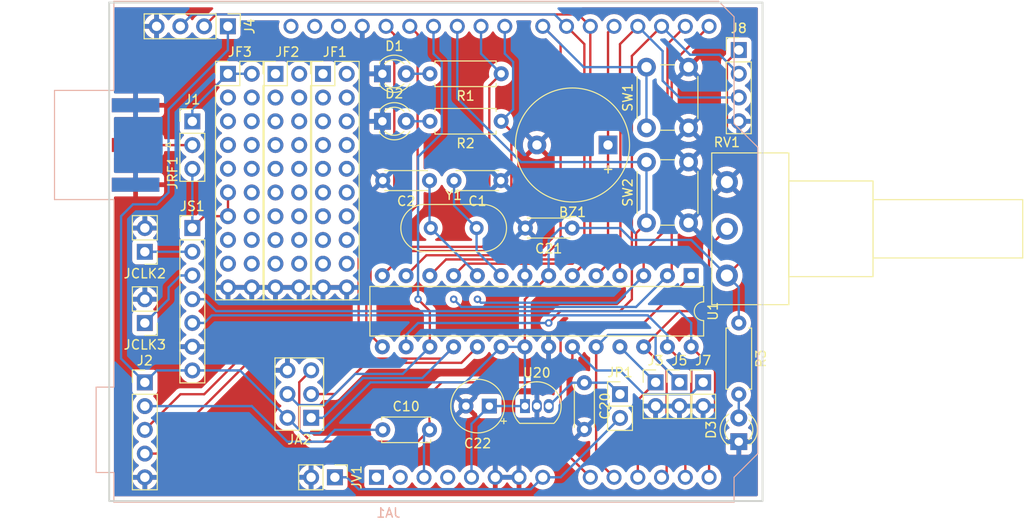
<source format=kicad_pcb>
(kicad_pcb (version 20211014) (generator pcbnew)
  (layers (0 "F.Cu" signal) (31 "B.Cu" signal) (34 "B.Paste" user) (35 "F.Paste" user) (36 "B.SilkS" user "B.Silkscreen") (37 "F.SilkS" user "F.Silkscreen") (38 "B.Mask" user) (39 "F.Mask" user) (44 "Edge.Cuts" user))
  (net 0 "")
  (net 1 "BUZ")
  (net 2 "GND")
  (net 3 "Net-(C1-Pad2)")
  (net 4 "Net-(C2-Pad1)")
  (net 5 "Net-(C10-Pad1)")
  (net 6 "RST")
  (net 7 "Net-(C20-Pad1)")
  (net 8 "+5V")
  (net 9 "Net-(D1-Pad2)")
  (net 10 "Net-(D2-Pad2)")
  (net 11 "Net-(D3-Pad2)")
  (net 12 "TXD")
  (net 13 "RXD")
  (net 14 "A2")
  (net 15 "D5")
  (net 16 "D6")
  (net 17 "A1")
  (net 18 "A0")
  (net 19 "D2")
  (net 20 "D3")
  (net 24 "VIN")
  (net 25 "A3")
  (net 26 "SDA")
  (net 27 "SCL")
  (net 28 "D7")
  (net 29 "LED2")
  (net 30 "LED1")
  (net 31 "D10")
  (net 32 "MOSI")
  (net 33 "MISO")
  (net 34 "SCK")
  (net 38 "CLK2")
  (net 71 "Filter")
  (net 85 "Net-(J1-Pad2)")
  (net 86 "CLK0")
  (net 87 "CLK1")
  (footprint "Capacitor_THT:C_Disc_D4.3mm_W1.9mm_P5.00mm" (layer "F.Cu") (at 171.41 46.99 180)
    (fp_text reference "C2")
    (fp_text value "18p")
  )
  (footprint "Button_Switch_THT:SW_PUSH_6mm" (layer "F.Cu") (at 194.6 41.35 90)
    (fp_text reference "SW1")
    (fp_text value "Button 1")
  )
  (footprint "Buzzer_Beeper:Buzzer_12x9.5RM7.6" (layer "F.Cu") (at 190.49 43.18 180)
    (fp_text reference "BZ1")
    (fp_text value "Buzzer")
  )
  (footprint "Package_DIP:DIP-28_W7.62mm" (layer "F.Cu") (at 199.38 57.16 -90)
    (fp_text reference "U1")
    (fp_text value "ATmega328-P")
  )
  (footprint "LED_THT:LED_D3.0mm" (layer "F.Cu") (at 166.37 35.56)
    (fp_text reference "D1")
    (fp_text value "LED")
  )
  (footprint "Resistor_THT:R_Axial_DIN0207_L6.3mm_D2.5mm_P7.62mm_Horizontal" (layer "F.Cu") (at 204.47 62.23 -90)
    (fp_text reference "R3")
    (fp_text value "470")
  )
  (footprint "Connector_PinHeader_2.54mm:PinHeader_1x07_P2.54mm_Vertical" (layer "F.Cu") (at 146.05 52.065)
    (fp_text reference "JS1")
    (fp_text value "SI5351 Board")
  )
  (footprint "Connector_PinHeader_2.54mm:PinHeader_1x02_P2.54mm_Vertical" (layer "F.Cu") (at 198.12 68.58)
    (fp_text reference "J5")
    (fp_text value "Analog 1")
  )
  (footprint "Connector_PinHeader_2.54mm:PinHeader_1x05_P2.54mm_Vertical" (layer "F.Cu") (at 140.97 68.585)
    (fp_text reference "J2")
    (fp_text value "Programming")
  )
  (footprint "LED_THT:LED_D3.0mm" (layer "F.Cu") (at 204.47 74.93 90)
    (fp_text reference "D3")
    (fp_text value "LED")
  )
  (footprint "Connector_PinHeader_2.54mm:PinHeader_1x02_P2.54mm_Vertical" (layer "F.Cu") (at 140.97 54.61 180)
    (fp_text reference "JCLK2")
    (fp_text value "Clock 2")
  )
  (footprint "Connector_PinHeader_2.54mm:PinHeader_2x10_P2.54mm_Vertical" (layer "F.Cu") (at 160.015 35.565)
    (fp_text reference "JF1")
    (fp_text value "Filter 1")
  )
  (footprint "Connector_PinHeader_2.54mm:PinHeader_1x02_P2.54mm_Vertical" (layer "F.Cu") (at 191.77 69.85)
    (fp_text reference "JP1")
    (fp_text value "5V EN")
  )
  (footprint "Connector_Coaxial:SMA_Amphenol_132289_EdgeMount" (layer "F.Cu") (at 139.9825 43.18 180)
    (fp_text reference "JRF1")
    (fp_text value "OUT")
  )
  (footprint "Connector_PinHeader_2.54mm:PinHeader_1x04_P2.54mm_Vertical" (layer "F.Cu") (at 149.85 30.48 -90)
    (fp_text reference "J4")
    (fp_text value "AUX2")
  )
  (footprint "Capacitor_THT:C_Disc_D4.3mm_W1.9mm_P5.00mm" (layer "F.Cu") (at 179.03 46.99 180)
    (fp_text reference "C1")
    (fp_text value "18p")
  )
  (footprint "Connector_PinHeader_2.54mm:PinHeader_2x03_P2.54mm_Vertical" (layer "F.Cu") (at 158.755 72.375 180)
    (fp_text reference "JA2")
    (fp_text value "ICSP")
  )
  (footprint "Package_TO_SOT_THT:TO-92_Inline" (layer "F.Cu") (at 181.61 71.12)
    (fp_text reference "U20")
    (fp_text value "L78L05_TO92")
  )
  (footprint "Crystal:Crystal_HC18-U_Vertical" (layer "F.Cu") (at 171.54 52.07)
    (fp_text reference "Y1")
    (fp_text value "16M")
  )
  (footprint "Capacitor_THT:CP_Radial_Tantal_D5.5mm_P2.50mm" (layer "F.Cu") (at 177.8 71.12 180)
    (fp_text reference "C22")
    (fp_text value "47u")
  )
  (footprint "Button_Switch_THT:SW_PUSH_6mm" (layer "F.Cu") (at 194.6 51.51 90)
    (fp_text reference "SW2")
    (fp_text value "Button 2")
  )
  (footprint "Connector_PinHeader_2.54mm:PinHeader_1x04_P2.54mm_Vertical" (layer "F.Cu") (at 204.47 33.02)
    (fp_text reference "J8")
    (fp_text value "AUX1")
  )
  (footprint "Connector_PinHeader_2.54mm:PinHeader_2x10_P2.54mm_Vertical" (layer "F.Cu") (at 149.86 35.56)
    (fp_text reference "JF3")
    (fp_text value "Filter 3")
  )
  (footprint "Connector_PinHeader_2.54mm:PinHeader_1x02_P2.54mm_Vertical" (layer "F.Cu") (at 200.66 68.58)
    (fp_text reference "J7")
    (fp_text value "Analog 0")
  )
  (footprint "LED_THT:LED_D3.0mm" (layer "F.Cu") (at 166.37 40.64)
    (fp_text reference "D2")
    (fp_text value "LED")
  )
  (footprint "Resistor_THT:R_Axial_DIN0207_L6.3mm_D2.5mm_P7.62mm_Horizontal" (layer "F.Cu") (at 179.07 40.64 180)
    (fp_text reference "R2")
    (fp_text value "470")
  )
  (footprint "Connector_PinHeader_2.54mm:PinHeader_1x02_P2.54mm_Vertical" (layer "F.Cu") (at 140.97 62.23 180)
    (fp_text reference "JCLK3")
    (fp_text value "Clock 3")
  )
  (footprint "Potentiometer_THT:Potentiometer_Piher_PC-16_Single_Horizontal" (layer "F.Cu") (at 203.2 57.15)
    (fp_text reference "RV1")
    (fp_text value "Potentiometer")
  )
  (footprint "Connector_PinHeader_2.54mm:PinHeader_1x02_P2.54mm_Vertical" (layer "F.Cu") (at 195.58 68.58)
    (fp_text reference "J3")
    (fp_text value "Analog 2")
  )
  (footprint "Capacitor_THT:C_Disc_D5.0mm_W2.5mm_P5.00mm" (layer "F.Cu") (at 166.41 73.66)
    (fp_text reference "C10")
    (fp_text value "220n")
  )
  (footprint "Capacitor_THT:C_Disc_D4.3mm_W1.9mm_P5.00mm" (layer "F.Cu") (at 187.96 68.62 -90)
    (fp_text reference "C20")
    (fp_text value "100n")
  )
  (footprint "Resistor_THT:R_Axial_DIN0207_L6.3mm_D2.5mm_P7.62mm_Horizontal" (layer "F.Cu") (at 179.07 35.56 180)
    (fp_text reference "R1")
    (fp_text value "470")
  )
  (footprint "Connector_PinHeader_2.54mm:PinHeader_1x03_P2.54mm_Vertical" (layer "F.Cu") (at 146.05 40.655)
    (fp_text reference "J1")
    (fp_text value "Output Mode")
  )
  (footprint "Connector_PinHeader_2.54mm:PinHeader_2x10_P2.54mm_Vertical" (layer "F.Cu") (at 154.935 35.565)
    (fp_text reference "JF2")
    (fp_text value "Filter 2")
  )
  (footprint "Capacitor_THT:C_Disc_D4.3mm_W1.9mm_P5.00mm" (layer "F.Cu") (at 186.65 52.07 180)
    (fp_text reference "C21")
    (fp_text value "100n")
  )
  (footprint "Connector_PinHeader_2.54mm:PinHeader_1x02_P2.54mm_Vertical" (layer "F.Cu") (at 161.29 78.74 -90)
    (fp_text reference "JV1")
    (fp_text value "Vin")
  )
  (footprint "Module:Arduino_UNO_R3" (layer "B.Cu") (at 165.735 78.74)
    (fp_text reference "JA1")
    (fp_text value "Arduino_UNO_R3")
  )
  (gr_rect (start 137.16 27.94) (end 207.01 81.28) (layer "Edge.Cuts") (width 0.2) (fill none))
  (segment (start 190.49 39.37) (end 190.49 31.125) (width 0.25) (layer "F.Cu") (net 1))
  (segment (start 190.49 31.125) (end 191.135 30.48) (width 0.25) (layer "F.Cu") (net 1))
  (segment (start 190.49 53.35) (end 186.68 57.16) (width 0.25) (layer "F.Cu") (net 1))
  (segment (start 190.49 39.37) (end 190.49 53.35) (width 0.25) (layer "F.Cu") (net 1))
  (segment (start 176.44 52.07) (end 176.44 54.54) (width 0.25) (layer "B.Cu") (net 3))
  (segment (start 174.03 49.66) (end 176.44 52.07) (width 0.25) (layer "B.Cu") (net 3))
  (segment (start 176.44 54.54) (end 179.06 57.16) (width 0.25) (layer "B.Cu") (net 3))
  (segment (start 174.03 46.99) (end 174.03 49.66) (width 0.25) (layer "B.Cu") (net 3))
  (segment (start 171.41 46.99) (end 171.41 51.94) (width 0.25) (layer "B.Cu") (net 4))
  (segment (start 171.54 52.07) (end 176.52 57.05) (width 0.25) (layer "B.Cu") (net 4))
  (segment (start 171.41 51.94) (end 171.54 52.07) (width 0.25) (layer "B.Cu") (net 4))
  (segment (start 176.52 57.05) (end 176.52 57.16) (width 0.25) (layer "B.Cu") (net 4))
  (segment (start 161.29 73.66) (end 160.02 74.93) (width 0.25) (layer "B.Cu") (net 5))
  (segment (start 166.41 73.66) (end 161.29 73.66) (width 0.25) (layer "B.Cu") (net 5))
  (segment (start 152.4 71.12) (end 152.395 71.125) (width 0.25) (layer "B.Cu") (net 5))
  (segment (start 156.21 74.93) (end 152.4 71.12) (width 0.25) (layer "B.Cu") (net 5))
  (segment (start 152.395 71.125) (end 140.97 71.125) (width 0.25) (layer "B.Cu") (net 5))
  (segment (start 160.02 74.93) (end 156.21 74.93) (width 0.25) (layer "B.Cu") (net 5))
  (segment (start 171.41 69.89) (end 171.41 73.66) (width 0.25) (layer "F.Cu") (net 6))
  (segment (start 157.48 73.66) (end 158.75 74.93) (width 0.25) (layer "F.Cu") (net 6))
  (segment (start 158.75 74.93) (end 170.14 74.93) (width 0.25) (layer "F.Cu") (net 6))
  (segment (start 182.88 68.58) (end 172.72 68.58) (width 0.25) (layer "F.Cu") (net 6))
  (segment (start 157.48 68.57) (end 157.48 73.66) (width 0.25) (layer "F.Cu") (net 6))
  (segment (start 170.14 74.93) (end 171.41 73.66) (width 0.25) (layer "F.Cu") (net 6))
  (segment (start 194.31 62.23) (end 186.69 62.23) (width 0.25) (layer "F.Cu") (net 6))
  (segment (start 199.38 57.16) (end 194.31 62.23) (width 0.25) (layer "F.Cu") (net 6))
  (segment (start 172.72 68.58) (end 171.41 69.89) (width 0.25) (layer "F.Cu") (net 6))
  (segment (start 158.755 67.295) (end 157.48 68.57) (width 0.25) (layer "F.Cu") (net 6))
  (segment (start 185.42 66.04) (end 182.88 68.58) (width 0.25) (layer "F.Cu") (net 6))
  (segment (start 185.42 63.5) (end 185.42 66.04) (width 0.25) (layer "F.Cu") (net 6))
  (segment (start 186.69 62.23) (end 185.42 63.5) (width 0.25) (layer "F.Cu") (net 6))
  (segment (start 170.815 78.74) (end 170.815 74.255) (width 0.25) (layer "B.Cu") (net 6))
  (segment (start 170.815 74.255) (end 171.45 73.62) (width 0.25) (layer "B.Cu") (net 6))
  (segment (start 187.96 68.62) (end 190.54 68.62) (width 0.25) (layer "B.Cu") (net 7))
  (segment (start 187.96 68.62) (end 186.65 68.62) (width 0.25) (layer "B.Cu") (net 7))
  (segment (start 186.65 68.62) (end 184.15 71.12) (width 0.25) (layer "B.Cu") (net 7))
  (segment (start 190.54 68.62) (end 191.77 69.85) (width 0.25) (layer "B.Cu") (net 7))
  (segment (start 203.2 57.15) (end 205.74 54.61) (width 0.25) (layer "F.Cu") (net 8))
  (segment (start 181.6 64.78) (end 181.6 59.7) (width 0.25) (layer "F.Cu") (net 8))
  (segment (start 205.74 44.45) (end 203.2 41.91) (width 0.25) (layer "F.Cu") (net 8))
  (segment (start 203.2 34.29) (end 204.47 33.02) (width 0.25) (layer "F.Cu") (net 8))
  (segment (start 181.6 59.7) (end 184.14 57.16) (width 0.25) (layer "F.Cu") (net 8))
  (segment (start 203.2 41.91) (end 203.2 34.29) (width 0.25) (layer "F.Cu") (net 8))
  (segment (start 205.74 54.61) (end 205.74 44.45) (width 0.25) (layer "F.Cu") (net 8))
  (segment (start 179.06 64.78) (end 181.6 64.78) (width 0.25) (layer "B.Cu") (net 8))
  (segment (start 149.85 33.03) (end 143.51 39.37) (width 0.25) (layer "B.Cu") (net 8))
  (segment (start 204.47 62.23) (end 204.47 58.42) (width 0.25) (layer "B.Cu") (net 8))
  (segment (start 175.895 78.74) (end 175.895 73.025) (width 0.25) (layer "B.Cu") (net 8))
  (segment (start 199.39 53.34) (end 203.2 57.15) (width 0.25) (layer "B.Cu") (net 8))
  (segment (start 157.851443 74.011443) (end 159.668557 74.011443) (width 0.25) (layer "B.Cu") (net 8))
  (segment (start 181.61 71.12) (end 177.8 71.12) (width 0.25) (layer "B.Cu") (net 8))
  (segment (start 143.51 48.26) (end 142.24 49.53) (width 0.25) (layer "B.Cu") (net 8))
  (segment (start 142.24 49.53) (end 139.7 49.53) (width 0.25) (layer "B.Cu") (net 8))
  (segment (start 138.43 50.8) (end 138.43 66.045) (width 0.25) (layer "B.Cu") (net 8))
  (segment (start 191.77 52.07) (end 193.04 53.34) (width 0.25) (layer "B.Cu") (net 8))
  (segment (start 142.25 67.305) (end 140.97 68.585) (width 0.25) (layer "B.Cu") (net 8))
  (segment (start 186.65 52.07) (end 191.77 52.07) (width 0.25) (layer "B.Cu") (net 8))
  (segment (start 175.895 73.025) (end 177.8 71.12) (width 0.25) (layer "B.Cu") (net 8))
  (segment (start 151.145 67.305) (end 156.215 72.375) (width 0.25) (layer "B.Cu") (net 8))
  (segment (start 138.43 66.045) (end 140.97 68.585) (width 0.25) (layer "B.Cu") (net 8))
  (segment (start 204.47 58.42) (end 203.2 57.15) (width 0.25) (layer "B.Cu") (net 8))
  (segment (start 159.668557 74.011443) (end 165.1 68.58) (width 0.25) (layer "B.Cu") (net 8))
  (segment (start 165.1 68.58) (end 175.26 68.58) (width 0.25) (layer "B.Cu") (net 8))
  (segment (start 181.6 64.78) (end 181.6 71.11) (width 0.25) (layer "B.Cu") (net 8))
  (segment (start 181.6 71.11) (end 181.61 71.12) (width 0.25) (layer "B.Cu") (net 8))
  (segment (start 186.65 52.07) (end 185.42 52.07) (width 0.25) (layer "B.Cu") (net 8))
  (segment (start 175.26 68.58) (end 179.06 64.78) (width 0.25) (layer "B.Cu") (net 8))
  (segment (start 185.42 52.07) (end 184.14 53.35) (width 0.25) (layer "B.Cu") (net 8))
  (segment (start 184.14 53.35) (end 184.14 57.16) (width 0.25) (layer "B.Cu") (net 8))
  (segment (start 143.51 39.37) (end 143.51 48.26) (width 0.25) (layer "B.Cu") (net 8))
  (segment (start 146.05 67.305) (end 142.25 67.305) (width 0.25) (layer "B.Cu") (net 8))
  (segment (start 149.85 30.48) (end 149.85 33.03) (width 0.25) (layer "B.Cu") (net 8))
  (segment (start 193.04 53.34) (end 199.39 53.34) (width 0.25) (layer "B.Cu") (net 8))
  (segment (start 146.05 67.305) (end 151.145 67.305) (width 0.25) (layer "B.Cu") (net 8))
  (segment (start 156.215 72.375) (end 157.851443 74.011443) (width 0.25) (layer "B.Cu") (net 8))
  (segment (start 139.7 49.53) (end 138.43 50.8) (width 0.25) (layer "B.Cu") (net 8))
  (segment (start 171.45 35.56) (end 168.91 35.56) (width 0.25) (layer "B.Cu") (net 9))
  (segment (start 168.91 40.64) (end 171.45 40.64) (width 0.25) (layer "B.Cu") (net 10))
  (segment (start 204.47 72.39) (end 204.47 69.85) (width 0.25) (layer "B.Cu") (net 11))
  (segment (start 140.97 73.665) (end 144.785 69.85) (width 0.25) (layer "F.Cu") (net 12))
  (segment (start 147.32 69.85) (end 153.67 63.5) (width 0.25) (layer "F.Cu") (net 12))
  (segment (start 194.3 57.16) (end 194.3 54.62) (width 0.25) (layer "F.Cu") (net 12))
  (segment (start 196.85 52.07) (end 196.85 32.385) (width 0.25) (layer "F.Cu") (net 12))
  (segment (start 144.785 69.85) (end 147.32 69.85) (width 0.25) (layer "F.Cu") (net 12))
  (segment (start 153.67 63.5) (end 161.29 63.5) (width 0.25) (layer "F.Cu") (net 12))
  (segment (start 196.85 32.385) (end 198.755 30.48) (width 0.25) (layer "F.Cu") (net 12))
  (segment (start 194.3 54.62) (end 196.85 52.07) (width 0.25) (layer "F.Cu") (net 12))
  (via (at 176.53 59.69) (size 0.8) (drill 0.4) (layers "F.Cu" "B.Cu") (net 12))
  (segment (start 176.9 60.06) (end 176.53 59.69) (width 0.25) (layer "B.Cu") (net 12))
  (segment (start 194.3 57.16) (end 191.4 60.06) (width 0.25) (layer "B.Cu") (net 12))
  (segment (start 191.4 60.06) (end 176.9 60.06) (width 0.25) (layer "B.Cu") (net 12))
  (segment (start 142.235 76.205) (end 153.67 64.77) (width 0.25) (layer "F.Cu") (net 13))
  (segment (start 197.3 56.7) (end 196.84 57.16) (width 0.25) (layer "F.Cu") (net 13))
  (segment (start 197.3 34.475) (end 197.3 56.7) (width 0.25) (layer "F.Cu") (net 13))
  (segment (start 153.67 64.77) (end 161.29 64.77) (width 0.25) (layer "F.Cu") (net 13))
  (segment (start 201.295 30.48) (end 197.3 34.475) (width 0.25) (layer "F.Cu") (net 13))
  (segment (start 140.97 76.205) (end 142.235 76.205) (width 0.25) (layer "F.Cu") (net 13))
  (via (at 173.99 59.69) (size 0.8) (drill 0.4) (layers "F.Cu" "B.Cu") (net 13))
  (segment (start 174.81 60.51) (end 173.99 59.69) (width 0.25) (layer "B.Cu") (net 13))
  (segment (start 193.49 60.51) (end 174.81 60.51) (width 0.25) (layer "B.Cu") (net 13))
  (segment (start 196.84 57.16) (end 193.49 60.51) (width 0.25) (layer "B.Cu") (net 13))
  (segment (start 193.675 70.485) (end 195.58 68.58) (width 0.25) (layer "F.Cu") (net 14))
  (segment (start 193.675 78.74) (end 193.675 70.485) (width 0.25) (layer "F.Cu") (net 14))
  (segment (start 191.76 64.78) (end 195.56 68.58) (width 0.25) (layer "B.Cu") (net 14))
  (segment (start 195.56 68.58) (end 195.58 68.58) (width 0.25) (layer "B.Cu") (net 14))
  (segment (start 148.58 29.21) (end 187.325 29.21) (width 0.25) (layer "F.Cu") (net 15))
  (segment (start 175.26 55.88) (end 186.69 55.88) (width 0.25) (layer "F.Cu") (net 15))
  (segment (start 186.69 55.88) (end 188.595 53.975) (width 0.25) (layer "F.Cu") (net 15))
  (segment (start 173.98 57.16) (end 175.26 55.88) (width 0.25) (layer "F.Cu") (net 15))
  (segment (start 147.31 30.48) (end 148.58 29.21) (width 0.25) (layer "F.Cu") (net 15))
  (segment (start 188.595 53.975) (end 188.595 30.48) (width 0.25) (layer "F.Cu") (net 15))
  (segment (start 187.325 29.21) (end 188.595 30.48) (width 0.25) (layer "F.Cu") (net 15))
  (segment (start 187.96 32.385) (end 187.96 53.973604) (width 0.25) (layer "F.Cu") (net 16))
  (segment (start 186.055 30.48) (end 187.96 32.385) (width 0.25) (layer "F.Cu") (net 16))
  (segment (start 187.96 53.973604) (end 186.503604 55.43) (width 0.25) (layer "F.Cu") (net 16))
  (segment (start 173.17 55.43) (end 171.44 57.16) (width 0.25) (layer "F.Cu") (net 16))
  (segment (start 186.503604 55.43) (end 173.17 55.43) (width 0.25) (layer "F.Cu") (net 16))
  (segment (start 144.77 30.48) (end 146.04 29.21) (width 0.25) (layer "B.Cu") (net 16))
  (segment (start 146.04 29.21) (end 184.785 29.21) (width 0.25) (layer "B.Cu") (net 16))
  (segment (start 184.785 29.21) (end 186.055 30.48) (width 0.25) (layer "B.Cu") (net 16))
  (segment (start 189.22 67.3) (end 189.22 64.78) (width 0.25) (layer "F.Cu") (net 17))
  (segment (start 189.23 67.31) (end 189.22 67.3) (width 0.25) (layer "F.Cu") (net 17))
  (segment (start 189.22 76.825) (end 191.135 78.74) (width 0.25) (layer "F.Cu") (net 17))
  (segment (start 189.22 64.78) (end 189.22 76.825) (width 0.25) (layer "F.Cu") (net 17))
  (segment (start 189.22 64.78) (end 190.5 63.5) (width 0.25) (layer "B.Cu") (net 17))
  (segment (start 190.5 63.5) (end 195.58 63.5) (width 0.25) (layer "B.Cu") (net 17))
  (segment (start 195.58 66.04) (end 198.12 68.58) (width 0.25) (layer "B.Cu") (net 17))
  (segment (start 195.58 63.5) (end 195.58 66.04) (width 0.25) (layer "B.Cu") (net 17))
  (segment (start 186.68 66.05) (end 185.42 67.31) (width 0.25) (layer "F.Cu") (net 18))
  (segment (start 185.42 75.565) (end 188.595 78.74) (width 0.25) (layer "F.Cu") (net 18))
  (segment (start 185.42 67.31) (end 185.42 75.565) (width 0.25) (layer "F.Cu") (net 18))
  (segment (start 186.68 64.78) (end 186.68 66.05) (width 0.25) (layer "F.Cu") (net 18))
  (segment (start 186.68 64.78) (end 189.21 67.31) (width 0.25) (layer "B.Cu") (net 18))
  (segment (start 191.77 67.31) (end 194.31 69.85) (width 0.25) (layer "B.Cu") (net 18))
  (segment (start 189.21 67.31) (end 191.77 67.31) (width 0.25) (layer "B.Cu") (net 18))
  (segment (start 199.39 69.85) (end 200.66 68.58) (width 0.25) (layer "B.Cu") (net 18))
  (segment (start 194.31 69.85) (end 199.39 69.85) (width 0.25) (layer "B.Cu") (net 18))
  (segment (start 193.04 54.61) (end 193.04 33.655) (width 0.25) (layer "F.Cu") (net 19))
  (segment (start 191.76 57.16) (end 191.76 55.89) (width 0.25) (layer "F.Cu") (net 19))
  (segment (start 193.04 33.655) (end 196.215 30.48) (width 0.25) (layer "F.Cu") (net 19))
  (segment (start 191.76 55.89) (end 193.04 54.61) (width 0.25) (layer "F.Cu") (net 19))
  (segment (start 199.26 33.525) (end 196.215 30.48) (width 0.25) (layer "B.Cu") (net 19))
  (segment (start 204.47 35.56) (end 202.435 33.525) (width 0.25) (layer "B.Cu") (net 19))
  (segment (start 202.435 33.525) (end 199.26 33.525) (width 0.25) (layer "B.Cu") (net 19))
  (segment (start 193.675 30.48) (end 191.77 32.385) (width 0.25) (layer "F.Cu") (net 20))
  (segment (start 191.815 54.565) (end 189.22 57.16) (width 0.25) (layer "F.Cu") (net 20))
  (segment (start 191.77 36.83) (end 191.815 36.875) (width 0.25) (layer "F.Cu") (net 20))
  (segment (start 191.77 32.385) (end 191.77 36.83) (width 0.25) (layer "F.Cu") (net 20))
  (segment (start 191.815 36.875) (end 191.815 54.565) (width 0.25) (layer "F.Cu") (net 20))
  (segment (start 204.47 38.1) (end 198.12 38.1) (width 0.25) (layer "B.Cu") (net 20))
  (segment (start 196.327865 33.132865) (end 193.675 30.48) (width 0.25) (layer "B.Cu") (net 20))
  (segment (start 196.327865 36.307865) (end 196.327865 33.132865) (width 0.25) (layer "B.Cu") (net 20))
  (segment (start 198.12 38.1) (end 196.327865 36.307865) (width 0.25) (layer "B.Cu") (net 20))
  (segment (start 183.515 78.74) (end 185.42 78.74) (width 0.25) (layer "B.Cu") (net 24))
  (segment (start 182.245 80.01) (end 183.515 78.74) (width 0.25) (layer "B.Cu") (net 24))
  (segment (start 161.29 78.74) (end 162.56 78.74) (width 0.25) (layer "B.Cu") (net 24))
  (segment (start 163.83 80.01) (end 182.245 80.01) (width 0.25) (layer "B.Cu") (net 24))
  (segment (start 185.42 78.74) (end 191.77 72.39) (width 0.25) (layer "B.Cu") (net 24))
  (segment (start 162.56 78.74) (end 163.83 80.01) (width 0.25) (layer "B.Cu") (net 24))
  (segment (start 201.289293 59.060707) (end 201.289293 54.060707) (width 0.25) (layer "F.Cu") (net 25))
  (segment (start 199.39 60.96) (end 201.289293 59.060707) (width 0.25) (layer "F.Cu") (net 25))
  (segment (start 196.215 78.74) (end 196.755 78.2) (width 0.25) (layer "F.Cu") (net 25))
  (segment (start 196.755 67.235) (end 194.3 64.78) (width 0.25) (layer "F.Cu") (net 25))
  (segment (start 196.755 78.2) (end 196.755 67.235) (width 0.25) (layer "F.Cu") (net 25))
  (segment (start 201.289293 54.060707) (end 203.2 52.15) (width 0.25) (layer "F.Cu") (net 25))
  (segment (start 198.12 60.96) (end 199.39 60.96) (width 0.25) (layer "F.Cu") (net 25))
  (segment (start 194.3 64.78) (end 198.12 60.96) (width 0.25) (layer "F.Cu") (net 25))
  (segment (start 199.39 72.39) (end 199.39 67.33) (width 0.25) (layer "F.Cu") (net 26))
  (segment (start 198.755 73.025) (end 199.39 72.39) (width 0.25) (layer "F.Cu") (net 26))
  (segment (start 198.755 78.74) (end 198.755 73.025) (width 0.25) (layer "F.Cu") (net 26))
  (segment (start 199.39 67.33) (end 196.84 64.78) (width 0.25) (layer "F.Cu") (net 26))
  (segment (start 148.14 61.41) (end 194.74 61.41) (width 0.25) (layer "B.Cu") (net 26))
  (segment (start 147.315 62.225) (end 147.32 62.23) (width 0.25) (layer "B.Cu") (net 26))
  (segment (start 146.05 62.225) (end 147.315 62.225) (width 0.25) (layer "B.Cu") (net 26))
  (segment (start 196.84 63.51) (end 196.84 64.78) (width 0.25) (layer "B.Cu") (net 26))
  (segment (start 147.32 62.23) (end 148.14 61.41) (width 0.25) (layer "B.Cu") (net 26))
  (segment (start 194.74 61.41) (end 196.84 63.51) (width 0.25) (layer "B.Cu") (net 26))
  (segment (start 201.93 72.39) (end 201.93 67.33) (width 0.25) (layer "F.Cu") (net 27))
  (segment (start 201.295 78.74) (end 201.295 73.025) (width 0.25) (layer "F.Cu") (net 27))
  (segment (start 201.295 73.025) (end 201.93 72.39) (width 0.25) (layer "F.Cu") (net 27))
  (segment (start 201.93 67.33) (end 199.38 64.78) (width 0.25) (layer "F.Cu") (net 27))
  (segment (start 146.05 59.685) (end 147.315 59.685) (width 0.25) (layer "B.Cu") (net 27))
  (segment (start 148.59 60.96) (end 198.12 60.96) (width 0.25) (layer "B.Cu") (net 27))
  (segment (start 199.38 62.24) (end 199.38 64.78) (width 0.25) (layer "B.Cu") (net 27))
  (segment (start 147.315 59.685) (end 148.59 60.96) (width 0.25) (layer "B.Cu") (net 27))
  (segment (start 198.12 60.96) (end 199.39 62.23) (width 0.25) (layer "B.Cu") (net 27))
  (segment (start 199.39 62.23) (end 199.38 62.24) (width 0.25) (layer "B.Cu") (net 27))
  (segment (start 185.42 53.34) (end 185.42 32.385) (width 0.25) (layer "F.Cu") (net 28))
  (segment (start 185.42 32.385) (end 183.515 30.48) (width 0.25) (layer "F.Cu") (net 28))
  (segment (start 168.9 57.16) (end 171.08 54.98) (width 0.25) (layer "F.Cu") (net 28))
  (segment (start 171.08 54.98) (end 183.78 54.98) (width 0.25) (layer "F.Cu") (net 28))
  (segment (start 183.78 54.98) (end 185.42 53.34) (width 0.25) (layer "F.Cu") (net 28))
  (segment (start 187.885 34.85) (end 194.6 34.85) (width 0.25) (layer "B.Cu") (net 28))
  (segment (start 168.9 57.58) (end 168.9 57.16) (width 0.25) (layer "B.Cu") (net 28))
  (segment (start 194.6 41.35) (end 194.6 34.85) (width 0.25) (layer "B.Cu") (net 28))
  (segment (start 183.515 30.48) (end 187.885 34.85) (width 0.25) (layer "B.Cu") (net 28))
  (segment (start 168.99 54.53) (end 179.07 54.53) (width 0.25) (layer "F.Cu") (net 29))
  (segment (start 180.155 41.725) (end 179.07 40.64) (width 0.25) (layer "F.Cu") (net 29))
  (segment (start 166.36 57.16) (end 168.99 54.53) (width 0.25) (layer "F.Cu") (net 29))
  (segment (start 180.155 53.445) (end 180.155 41.725) (width 0.25) (layer "F.Cu") (net 29))
  (segment (start 179.07 54.53) (end 180.155 53.445) (width 0.25) (layer "F.Cu") (net 29))
  (segment (start 179.455 30.48) (end 179.455 33.405) (width 0.25) (layer "B.Cu") (net 29))
  (segment (start 179.455 33.405) (end 180.34 34.29) (width 0.25) (layer "B.Cu") (net 29))
  (segment (start 180.34 39.37) (end 179.07 40.64) (width 0.25) (layer "B.Cu") (net 29))
  (segment (start 180.34 34.29) (end 180.34 39.37) (width 0.25) (layer "B.Cu") (net 29))
  (segment (start 177.8 53.34) (end 177.06 54.08) (width 0.25) (layer "F.Cu") (net 30))
  (segment (start 166.9 54.08) (end 165.1 55.88) (width 0.25) (layer "F.Cu") (net 30))
  (segment (start 165.1 55.88) (end 165.1 63.52) (width 0.25) (layer "F.Cu") (net 30))
  (segment (start 179.07 35.56) (end 177.8 36.83) (width 0.25) (layer "F.Cu") (net 30))
  (segment (start 177.06 54.08) (end 166.9 54.08) (width 0.25) (layer "F.Cu") (net 30))
  (segment (start 165.1 63.52) (end 166.36 64.78) (width 0.25) (layer "F.Cu") (net 30))
  (segment (start 177.8 36.83) (end 177.8 53.34) (width 0.25) (layer "F.Cu") (net 30))
  (segment (start 176.915 30.48) (end 176.915 33.405) (width 0.25) (layer "B.Cu") (net 30))
  (segment (start 176.915 33.405) (end 179.07 35.56) (width 0.25) (layer "B.Cu") (net 30))
  (segment (start 193.04 59.69) (end 193.04 55.246396) (width 0.25) (layer "F.Cu") (net 31))
  (segment (start 193.49 52.62) (end 194.6 51.51) (width 0.25) (layer "F.Cu") (net 31))
  (segment (start 191.77 60.96) (end 193.04 59.69) (width 0.25) (layer "F.Cu") (net 31))
  (segment (start 185.42 60.96) (end 191.77 60.96) (width 0.25) (layer "F.Cu") (net 31))
  (segment (start 193.04 55.246396) (end 193.49 54.796396) (width 0.25) (layer "F.Cu") (net 31))
  (segment (start 193.49 54.796396) (end 193.49 52.62) (width 0.25) (layer "F.Cu") (net 31))
  (segment (start 184.15 62.23) (end 185.42 60.96) (width 0.25) (layer "F.Cu") (net 31))
  (via (at 184.15 62.23) (size 0.8) (drill 0.4) (layers "F.Cu" "B.Cu") (net 31))
  (via (at 184.15 62.23) (size 0.8) (drill 0.4) (layers "F.Cu" "B.Cu") (net 31))
  (segment (start 168.9 63.51) (end 168.9 64.78) (width 0.25) (layer "B.Cu") (net 31))
  (segment (start 194.6 51.51) (end 194.6 45.01) (width 0.25) (layer "B.Cu") (net 31))
  (segment (start 184.15 62.23) (end 170.18 62.23) (width 0.25) (layer "B.Cu") (net 31))
  (segment (start 174.375 38.193602) (end 181.191398 45.01) (width 0.25) (layer "B.Cu") (net 31))
  (segment (start 174.375 30.48) (end 174.375 38.193602) (width 0.25) (layer "B.Cu") (net 31))
  (segment (start 181.191398 45.01) (end 194.6 45.01) (width 0.25) (layer "B.Cu") (net 31))
  (segment (start 170.18 62.23) (end 168.9 63.51) (width 0.25) (layer "B.Cu") (net 31))
  (segment (start 171.44 64.78) (end 171.44 60.95) (width 0.25) (layer "F.Cu") (net 32))
  (segment (start 171.44 60.95) (end 170.18 59.69) (width 0.25) (layer "F.Cu") (net 32))
  (via (at 170.18 59.69) (size 0.8) (drill 0.4) (layers "F.Cu" "B.Cu") (net 32))
  (segment (start 172.72 41.91) (end 170.18 44.45) (width 0.25) (layer "B.Cu") (net 32))
  (segment (start 171.835 30.48) (end 171.835 33.405) (width 0.25) (layer "B.Cu") (net 32))
  (segment (start 163.46 67.68) (end 168.54 67.68) (width 0.25) (layer "B.Cu") (net 32))
  (segment (start 172.72 34.29) (end 172.72 41.91) (width 0.25) (layer "B.Cu") (net 32))
  (segment (start 170.18 44.45) (end 170.18 59.69) (width 0.25) (layer "B.Cu") (net 32))
  (segment (start 156.215 69.835) (end 157.39 71.01) (width 0.25) (layer "B.Cu") (net 32))
  (segment (start 168.54 67.68) (end 171.44 64.78) (width 0.25) (layer "B.Cu") (net 32))
  (segment (start 157.39 71.01) (end 160.13 71.01) (width 0.25) (layer "B.Cu") (net 32))
  (segment (start 160.13 71.01) (end 163.46 67.68) (width 0.25) (layer "B.Cu") (net 32))
  (segment (start 171.835 33.405) (end 172.72 34.29) (width 0.25) (layer "B.Cu") (net 32))
  (segment (start 172.72 66.04) (end 173.98 64.78) (width 0.25) (layer "F.Cu") (net 33))
  (segment (start 169.295 30.48) (end 170.135 31.32) (width 0.25) (layer "F.Cu") (net 33))
  (segment (start 170.135 49.575) (end 164.65 55.06) (width 0.25) (layer "F.Cu") (net 33))
  (segment (start 170.135 31.32) (end 170.135 49.575) (width 0.25) (layer "F.Cu") (net 33))
  (segment (start 164.65 65.59) (end 165.1 66.04) (width 0.25) (layer "F.Cu") (net 33))
  (segment (start 165.1 66.04) (end 172.72 66.04) (width 0.25) (layer "F.Cu") (net 33))
  (segment (start 164.65 55.06) (end 164.65 65.59) (width 0.25) (layer "F.Cu") (net 33))
  (segment (start 170.63 68.13) (end 173.98 64.78) (width 0.25) (layer "B.Cu") (net 33))
  (segment (start 160.035 72.375) (end 164.28 68.13) (width 0.25) (layer "B.Cu") (net 33))
  (segment (start 158.755 72.375) (end 160.035 72.375) (width 0.25) (layer "B.Cu") (net 33))
  (segment (start 164.28 68.13) (end 170.63 68.13) (width 0.25) (layer "B.Cu") (net 33))
  (segment (start 174.81 66.49) (end 176.52 64.78) (width 0.25) (layer "F.Cu") (net 34))
  (segment (start 158.755 69.835) (end 161.305 69.835) (width 0.25) (layer "F.Cu") (net 34))
  (segment (start 163.83 54.61) (end 163.83 65.406396) (width 0.25) (layer "F.Cu") (net 34))
  (segment (start 163.83 65.406396) (end 164.913604 66.49) (width 0.25) (layer "F.Cu") (net 34))
  (segment (start 166.755 30.48) (end 167.64 31.365) (width 0.25) (layer "F.Cu") (net 34))
  (segment (start 167.64 50.8) (end 163.83 54.61) (width 0.25) (layer "F.Cu") (net 34))
  (segment (start 161.305 69.835) (end 164.781802 66.358198) (width 0.25) (layer "F.Cu") (net 34))
  (segment (start 167.64 31.365) (end 167.64 50.8) (width 0.25) (layer "F.Cu") (net 34))
  (segment (start 164.913604 66.49) (end 174.81 66.49) (width 0.25) (layer "F.Cu") (net 34))
  (segment (start 143.51 58.42) (end 144.785 57.145) (width 0.25) (layer "B.Cu") (net 38))
  (segment (start 144.785 57.145) (end 146.05 57.145) (width 0.25) (layer "B.Cu") (net 38))
  (segment (start 140.97 62.23) (end 143.51 59.69) (width 0.25) (layer "B.Cu") (net 38))
  (segment (start 143.51 59.69) (end 143.51 58.42) (width 0.25) (layer "B.Cu") (net 38))
  (segment (start 146.05 40.655) (end 146.05 39.37) (width 0.25) (layer "B.Cu") (net 71))
  (segment (start 146.05 39.37) (end 149.86 35.56) (width 0.25) (layer "B.Cu") (net 71))
  (segment (start 152.4 35.56) (end 149.86 35.56) (width 0.25) (layer "B.Cu") (net 71))
  (segment (start 146.05 43.195) (end 139.9975 43.195) (width 0.25) (layer "F.Cu") (net 85))
  (segment (start 139.9975 43.195) (end 139.9825 43.18) (width 0.25) (layer "F.Cu") (net 85))
  (segment (start 149.86 50.8) (end 149.86 48.26) (width 0.25) (layer "F.Cu") (net 86))
  (segment (start 149.86 50.8) (end 147.315 50.8) (width 0.25) (layer "F.Cu") (net 86))
  (segment (start 147.315 50.8) (end 146.05 52.065) (width 0.25) (layer "F.Cu") (net 86))
  (segment (start 146.05 52.065) (end 146.05 45.735) (width 0.25) (layer "B.Cu") (net 86))
  (segment (start 146.05 54.605) (end 140.975 54.605) (width 0.25) (layer "B.Cu") (net 87))
  (segment (start 140.975 54.605) (end 140.97 54.61) (width 0.25) (layer "B.Cu") (net 87))
  (zone (net 2) (net_name "GND") (layer "F.Cu") (connect_pads (clearance 0.508)) (min_thickness 0.254) (fill yes (thermal_gap 0.508) (thermal_bridge_width 0.508))
    (polygon (pts (xy 207.01 81.28) (xy 137.16 81.28) (xy 137.16 27.94) (xy 207.01 27.94)))
  )
  (zone (net 2) (net_name "GND") (layer "B.Cu") (connect_pads (clearance 0.508)) (min_thickness 0.254) (fill yes (thermal_gap 0.508) (thermal_bridge_width 0.508))
    (polygon (pts (xy 207.01 81.28) (xy 137.16 81.28) (xy 137.16 27.94) (xy 207.01 27.94)))
  )
)
</source>
